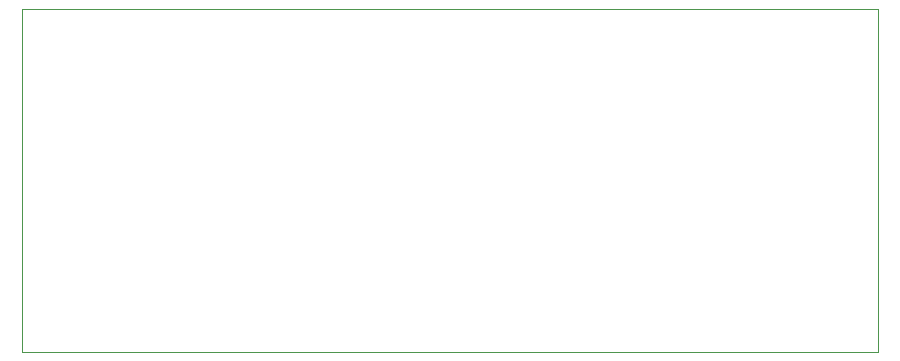
<source format=gm1>
G04*
G04 #@! TF.GenerationSoftware,Altium Limited,Altium Designer,19.1.6 (110)*
G04*
G04 Layer_Color=16711935*
%FSLAX43Y43*%
%MOMM*%
G71*
G01*
G75*
%ADD57C,0.100*%
D57*
X50000Y79000D02*
X122500D01*
Y50000D02*
Y79000D01*
X50000Y50000D02*
Y79000D01*
Y50000D02*
X122500D01*
M02*

</source>
